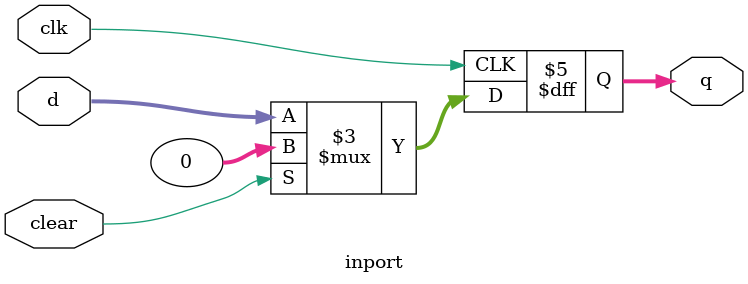
<source format=v>
module inport(
    input wire clk, clear,
    input wire [31:0] d,
    output reg [31:0] q
);

  always @(posedge clk) begin
    if (clear)
      q <= 32'b0;
    else
      q <= d;      
  end

endmodule

</source>
